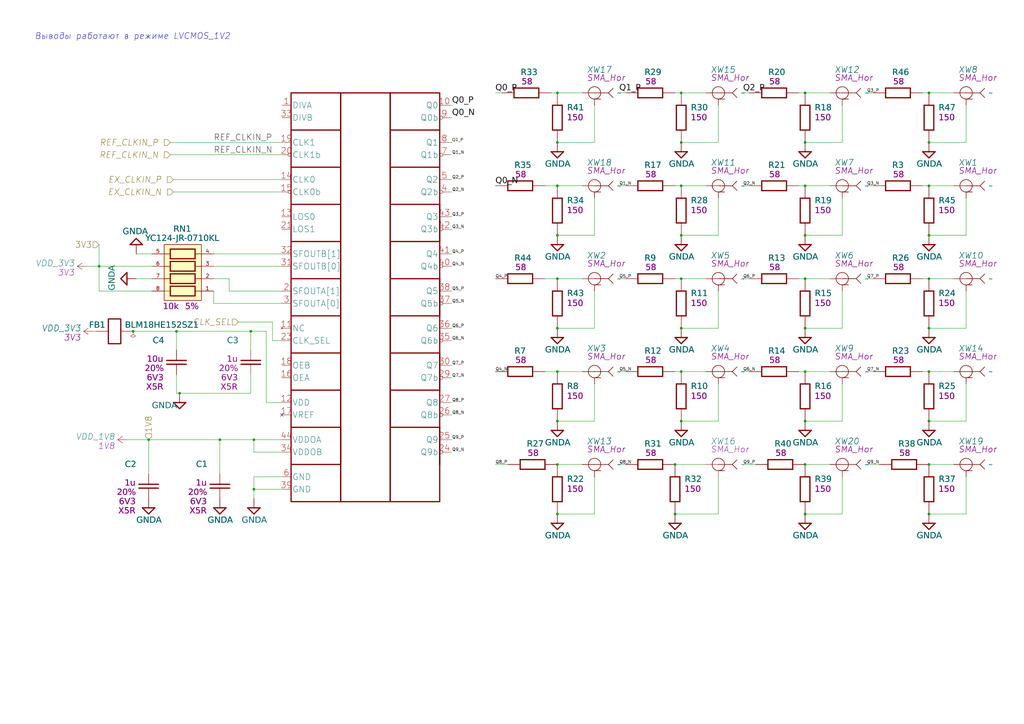
<source format=kicad_sch>
(kicad_sch (version 20250114) (generator "eeschema") (generator_version "9.0")
  (paper "A3")
  (text "Выводы работают в режиме LVСMOS_1V2" (at 14.224 13.462 0) (effects (font (size 2.5 2.5) (italic yes)) (justify left top)))
  (junction (at 381 190.5))
  (junction (at 228.6 134.62))
  (junction (at 330.2 210.82))
  (junction (at 72.39 135.89))
  (junction (at 330.2 134.62))
  (junction (at 40.64 109.22))
  (junction (at 228.6 114.3))
  (junction (at 104.14 180.34))
  (junction (at 381 114.3))
  (junction (at 381 76.2))
  (junction (at 73.66 161.29))
  (junction (at 102.87 135.89))
  (junction (at 60.96 180.34))
  (junction (at 279.4 76.2))
  (junction (at 381 172.72))
  (junction (at 228.6 210.82))
  (junction (at 276.86 190.5))
  (junction (at 279.4 96.52))
  (junction (at 90.17 180.34))
  (junction (at 228.6 38.1))
  (junction (at 330.2 76.2))
  (junction (at 228.6 96.52))
  (junction (at 381 134.62))
  (junction (at 54.61 135.89))
  (junction (at 330.2 172.72))
  (junction (at 279.4 152.4))
  (junction (at 279.4 38.1))
  (junction (at 330.2 114.3))
  (junction (at 381 58.42))
  (junction (at 228.6 58.42))
  (junction (at 330.2 38.1))
  (junction (at 279.4 172.72))
  (junction (at 330.2 190.5))
  (junction (at 279.4 58.42))
  (junction (at 381 38.1))
  (junction (at 104.14 200.66))
  (junction (at 330.2 58.42))
  (junction (at 228.6 190.5))
  (junction (at 228.6 76.2))
  (junction (at 279.4 134.62))
  (junction (at 279.4 114.3))
  (junction (at 276.86 210.82))
  (junction (at 381 96.52))
  (junction (at 381 152.4))
  (junction (at 381 210.82))
  (junction (at 228.6 172.72))
  (junction (at 330.2 96.52))
  (junction (at 228.6 152.4))
  (junction (at 330.2 152.4))
  (no_connect (at 115.57 170.18))
  (wire (pts (xy 184.15 73.66) (xy 185.42 73.66)))
  (wire (pts (xy 294.64 157.48) (xy 294.64 172.72)))
  (wire (pts (xy 102.87 153.67) (xy 102.87 161.29)))
  (wire (pts (xy 243.84 96.52) (xy 228.6 96.52)))
  (wire (pts (xy 307.34 114.3) (xy 304.8 114.3)))
  (wire (pts (xy 184.15 139.7) (xy 185.42 139.7)))
  (wire (pts (xy 358.14 76.2) (xy 355.6 76.2)))
  (wire (pts (xy 62.23 114.3) (xy 55.88 114.3)))
  (wire (pts (xy 330.2 76.2) (xy 340.36 76.2)))
  (wire (pts (xy 109.22 135.89) (xy 109.22 165.1)))
  (wire (pts (xy 330.2 190.5) (xy 340.36 190.5)))
  (wire (pts (xy 72.39 135.89) (xy 102.87 135.89)))
  (wire (pts (xy 184.15 149.86) (xy 185.42 149.86)))
  (wire (pts (xy 294.64 195.58) (xy 294.64 210.82)))
  (wire (pts (xy 60.96 180.34) (xy 90.17 180.34)))
  (wire (pts (xy 307.34 76.2) (xy 304.8 76.2)))
  (wire (pts (xy 60.96 180.34) (xy 60.96 194.31)))
  (wire (pts (xy 243.84 58.42) (xy 228.6 58.42)))
  (wire (pts (xy 396.24 96.52) (xy 381 96.52)))
  (wire (pts (xy 378.46 114.3) (xy 381 114.3)))
  (wire (pts (xy 294.64 58.42) (xy 279.4 58.42)))
  (wire (pts (xy 330.2 152.4) (xy 340.36 152.4)))
  (wire (pts (xy 184.15 134.62) (xy 185.42 134.62)))
  (wire (pts (xy 327.66 114.3) (xy 330.2 114.3)))
  (wire (pts (xy 304.8 190.5) (xy 309.88 190.5)))
  (wire (pts (xy 184.15 104.14) (xy 185.42 104.14)))
  (wire (pts (xy 40.64 119.38) (xy 40.64 109.22)))
  (wire (pts (xy 327.66 152.4) (xy 330.2 152.4)))
  (wire (pts (xy 111.76 139.7) (xy 111.76 132.08)))
  (wire (pts (xy 256.54 152.4) (xy 254 152.4)))
  (wire (pts (xy 226.06 38.1) (xy 228.6 38.1)))
  (wire (pts (xy 396.24 172.72) (xy 381 172.72)))
  (wire (pts (xy 184.15 180.34) (xy 185.42 180.34)))
  (wire (pts (xy 205.74 38.1) (xy 203.2 38.1)))
  (wire (pts (xy 254 190.5) (xy 256.54 190.5)))
  (wire (pts (xy 358.14 152.4) (xy 355.6 152.4)))
  (wire (pts (xy 184.15 43.18) (xy 185.42 43.18)))
  (wire (pts (xy 378.46 76.2) (xy 381 76.2)))
  (wire (pts (xy 243.84 134.62) (xy 228.6 134.62)))
  (wire (pts (xy 330.2 114.3) (xy 340.36 114.3)))
  (wire (pts (xy 345.44 96.52) (xy 330.2 96.52)))
  (wire (pts (xy 184.15 124.46) (xy 185.42 124.46)))
  (wire (pts (xy 345.44 134.62) (xy 330.2 134.62)))
  (wire (pts (xy 276.86 190.5) (xy 289.56 190.5)))
  (wire (pts (xy 345.44 157.48) (xy 345.44 172.72)))
  (wire (pts (xy 104.14 195.58) (xy 104.14 200.66)))
  (wire (pts (xy 294.64 81.28) (xy 294.64 96.52)))
  (wire (pts (xy 87.63 119.38) (xy 87.63 124.46)))
  (wire (pts (xy 184.15 88.9) (xy 185.42 88.9)))
  (wire (pts (xy 381 38.1) (xy 391.16 38.1)))
  (wire (pts (xy 294.64 119.38) (xy 294.64 134.62)))
  (wire (pts (xy 115.57 139.7) (xy 111.76 139.7)))
  (wire (pts (xy 93.98 114.3) (xy 87.63 114.3)))
  (wire (pts (xy 93.98 119.38) (xy 93.98 114.3)))
  (wire (pts (xy 327.66 38.1) (xy 330.2 38.1)))
  (wire (pts (xy 69.85 58.42) (xy 115.57 58.42)))
  (wire (pts (xy 104.14 200.66) (xy 115.57 200.66)))
  (wire (pts (xy 279.4 152.4) (xy 289.56 152.4)))
  (wire (pts (xy 184.15 185.42) (xy 185.42 185.42)))
  (wire (pts (xy 345.44 43.18) (xy 345.44 58.42)))
  (wire (pts (xy 243.84 195.58) (xy 243.84 210.82)))
  (wire (pts (xy 87.63 104.14) (xy 115.57 104.14)))
  (wire (pts (xy 381 76.2) (xy 391.16 76.2)))
  (wire (pts (xy 294.64 172.72) (xy 279.4 172.72)))
  (wire (pts (xy 73.66 161.29) (xy 72.39 161.29)))
  (wire (pts (xy 35.56 109.22) (xy 40.64 109.22)))
  (wire (pts (xy 279.4 114.3) (xy 289.56 114.3)))
  (wire (pts (xy 378.46 38.1) (xy 381 38.1)))
  (wire (pts (xy 184.15 63.5) (xy 185.42 63.5)))
  (wire (pts (xy 102.87 135.89) (xy 109.22 135.89)))
  (wire (pts (xy 276.86 114.3) (xy 279.4 114.3)))
  (wire (pts (xy 184.15 170.18) (xy 185.42 170.18)))
  (wire (pts (xy 87.63 109.22) (xy 115.57 109.22)))
  (wire (pts (xy 73.66 161.29) (xy 102.87 161.29)))
  (wire (pts (xy 345.44 58.42) (xy 330.2 58.42)))
  (wire (pts (xy 355.6 190.5) (xy 360.68 190.5)))
  (wire (pts (xy 184.15 78.74) (xy 185.42 78.74)))
  (wire (pts (xy 104.14 180.34) (xy 104.14 185.42)))
  (wire (pts (xy 396.24 157.48) (xy 396.24 172.72)))
  (wire (pts (xy 256.54 38.1) (xy 254 38.1)))
  (wire (pts (xy 223.52 76.2) (xy 228.6 76.2)))
  (wire (pts (xy 243.84 172.72) (xy 228.6 172.72)))
  (wire (pts (xy 279.4 38.1) (xy 289.56 38.1)))
  (wire (pts (xy 184.15 58.42) (xy 185.42 58.42)))
  (wire (pts (xy 228.6 190.5) (xy 238.76 190.5)))
  (wire (pts (xy 109.22 165.1) (xy 115.57 165.1)))
  (wire (pts (xy 87.63 124.46) (xy 115.57 124.46)))
  (wire (pts (xy 115.57 78.74) (xy 71.12 78.74)))
  (wire (pts (xy 243.84 81.28) (xy 243.84 96.52)))
  (wire (pts (xy 115.57 195.58) (xy 104.14 195.58)))
  (wire (pts (xy 279.4 76.2) (xy 289.56 76.2)))
  (wire (pts (xy 345.44 172.72) (xy 330.2 172.72)))
  (wire (pts (xy 396.24 195.58) (xy 396.24 210.82)))
  (wire (pts (xy 54.61 135.89) (xy 72.39 135.89)))
  (wire (pts (xy 378.46 152.4) (xy 381 152.4)))
  (wire (pts (xy 228.6 76.2) (xy 238.76 76.2)))
  (wire (pts (xy 396.24 210.82) (xy 381 210.82)))
  (wire (pts (xy 307.34 152.4) (xy 304.8 152.4)))
  (wire (pts (xy 228.6 152.4) (xy 238.76 152.4)))
  (wire (pts (xy 228.6 152.4) (xy 223.52 152.4)))
  (wire (pts (xy 381 152.4) (xy 391.16 152.4)))
  (wire (pts (xy 276.86 38.1) (xy 279.4 38.1)))
  (wire (pts (xy 184.15 165.1) (xy 185.42 165.1)))
  (wire (pts (xy 40.64 109.22) (xy 62.23 109.22)))
  (wire (pts (xy 203.2 190.5) (xy 208.28 190.5)))
  (wire (pts (xy 90.17 180.34) (xy 90.17 194.31)))
  (wire (pts (xy 294.64 43.18) (xy 294.64 58.42)))
  (wire (pts (xy 327.66 76.2) (xy 330.2 76.2)))
  (wire (pts (xy 345.44 195.58) (xy 345.44 210.82)))
  (wire (pts (xy 345.44 210.82) (xy 330.2 210.82)))
  (wire (pts (xy 243.84 157.48) (xy 243.84 172.72)))
  (wire (pts (xy 256.54 76.2) (xy 254 76.2)))
  (wire (pts (xy 184.15 109.22) (xy 185.42 109.22)))
  (wire (pts (xy 184.15 48.26) (xy 185.42 48.26)))
  (wire (pts (xy 256.54 114.3) (xy 254 114.3)))
  (wire (pts (xy 243.84 210.82) (xy 228.6 210.82)))
  (wire (pts (xy 104.14 180.34) (xy 115.57 180.34)))
  (wire (pts (xy 276.86 210.82) (xy 294.64 210.82)))
  (wire (pts (xy 228.6 38.1) (xy 238.76 38.1)))
  (wire (pts (xy 358.14 114.3) (xy 355.6 114.3)))
  (wire (pts (xy 72.39 143.51) (xy 72.39 135.89)))
  (wire (pts (xy 381 190.5) (xy 391.16 190.5)))
  (wire (pts (xy 396.24 43.18) (xy 396.24 58.42)))
  (wire (pts (xy 62.23 119.38) (xy 40.64 119.38)))
  (wire (pts (xy 276.86 152.4) (xy 279.4 152.4)))
  (wire (pts (xy 345.44 81.28) (xy 345.44 96.52)))
  (wire (pts (xy 358.14 38.1) (xy 355.6 38.1)))
  (wire (pts (xy 72.39 161.29) (xy 72.39 153.67)))
  (wire (pts (xy 396.24 119.38) (xy 396.24 134.62)))
  (wire (pts (xy 115.57 119.38) (xy 93.98 119.38)))
  (wire (pts (xy 69.85 63.5) (xy 115.57 63.5)))
  (wire (pts (xy 38.1 135.89) (xy 39.37 135.89)))
  (wire (pts (xy 381 114.3) (xy 391.16 114.3)))
  (wire (pts (xy 294.64 96.52) (xy 279.4 96.52)))
  (wire (pts (xy 243.84 43.18) (xy 243.84 58.42)))
  (wire (pts (xy 97.79 132.08) (xy 111.76 132.08)))
  (wire (pts (xy 223.52 114.3) (xy 228.6 114.3)))
  (wire (pts (xy 396.24 58.42) (xy 381 58.42)))
  (wire (pts (xy 330.2 38.1) (xy 340.36 38.1)))
  (wire (pts (xy 104.14 185.42) (xy 115.57 185.42)))
  (wire (pts (xy 52.07 180.34) (xy 60.96 180.34)))
  (wire (pts (xy 184.15 119.38) (xy 185.42 119.38)))
  (wire (pts (xy 228.6 114.3) (xy 238.76 114.3)))
  (wire (pts (xy 396.24 81.28) (xy 396.24 96.52)))
  (wire (pts (xy 102.87 135.89) (xy 102.87 143.51)))
  (wire (pts (xy 307.34 38.1) (xy 304.8 38.1)))
  (wire (pts (xy 276.86 76.2) (xy 279.4 76.2)))
  (wire (pts (xy 396.24 134.62) (xy 381 134.62)))
  (wire (pts (xy 62.23 104.14) (xy 55.88 104.14)))
  (wire (pts (xy 184.15 93.98) (xy 185.42 93.98)))
  (wire (pts (xy 243.84 119.38) (xy 243.84 134.62)))
  (wire (pts (xy 294.64 134.62) (xy 279.4 134.62)))
  (wire (pts (xy 90.17 180.34) (xy 104.14 180.34)))
  (wire (pts (xy 184.15 154.94) (xy 185.42 154.94)))
  (wire (pts (xy 115.57 73.66) (xy 71.12 73.66)))
  (wire (pts (xy 345.44 119.38) (xy 345.44 134.62)))
  (wire (pts (xy 104.14 200.66) (xy 104.14 204.47)))
  (wire (pts (xy 40.64 100.33) (xy 40.64 109.22)))
  (label "Q7_N" (at 355.6 152.4 0))
  (label "Q6_N" (at 185.42 139.7 0))
  (label "Q1_P" (at 254 38.1 0) (effects (font (size 2.48 2.48) (italic yes))))
  (label "Q5_N" (at 254 152.4 0))
  (label "Q5_N" (at 185.42 124.46 0))
  (label "Q8_P" (at 185.42 165.1 0))
  (label "Q8_P" (at 203.2 190.5 0))
  (label "Q2_N" (at 185.42 78.74 0))
  (label "Q9_N" (at 355.6 190.5 0))
  (label "Q3_P" (at 355.6 38.1 0))
  (label "Q2_P" (at 304.8 38.1 0) (effects (font (size 2.48 2.48) (italic yes))))
  (label "Q2_P" (at 185.42 73.66 0))
  (label "Q9_P" (at 304.8 190.5 0))
  (label "Q6_P" (at 185.42 134.62 0))
  (label "Q1_P" (at 185.42 58.42 0))
  (label "Q0_P" (at 203.2 38.1 0) (effects (font (size 2.48 2.48))))
  (label "Q8_N" (at 254 190.5 0))
  (label "Q9_N" (at 185.42 185.42 0))
  (label "Q4_P" (at 203.2 114.3 0))
  (label "REF_CLKIN_P" (at 87.63 58.42 0) (effects (font (size 2.48 2.48))))
  (label "Q5_P" (at 254 114.3 0))
  (label "Q4_P" (at 185.42 104.14 0))
  (label "Q8_N" (at 185.42 170.18 0))
  (label "Q3_N" (at 355.6 76.2 0))
  (label "Q7_N" (at 185.42 154.94 0))
  (label "Q1_N" (at 185.42 63.5 0))
  (label "Q6_P" (at 304.8 114.3 0))
  (label "Q6_N" (at 304.8 152.4 0))
  (label "Q3_N" (at 185.42 93.98 0))
  (label "Q2_N" (at 304.8 76.2 0))
  (label "Q9_P" (at 185.42 180.34 0))
  (label "Q4_N" (at 203.2 152.4 0))
  (label "Q5_P" (at 185.42 119.38 0))
  (label "Q1_N" (at 254 76.2 0))
  (label "Q4_N" (at 185.42 109.22 0))
  (label "REF_CLKIN_N" (at 87.63 63.5 0) (effects (font (size 2.48 2.48))))
  (label "Q0_N" (at 203.2 76.2 0) (effects (font (size 2.48 2.48))))
  (label "Q7_P" (at 185.42 149.86 0))
  (label "Q3_P" (at 185.42 88.9 0))
  (label "Q7_P" (at 355.6 114.3 0))
  (label "Q0_P" (at 185.42 43.18 0) (effects (font (size 2.48 2.48))))
  (label "Q0_N" (at 185.42 48.26 0) (effects (font (size 2.48 2.48))))
  (hierarchical_label "3V3" (shape input) (at 40.64 100.33 180) (effects (font (size 2.48 2.48))))
  (hierarchical_label "REF_CLKIN_N " (shape input) (at 69.85 63.5 180) (effects (font (size 2.5 2.5) (italic yes))))
  (hierarchical_label "EX_CLKIN_N " (shape input) (at 71.12 78.74 180) (effects (font (size 2.5 2.5) (italic yes))))
  (hierarchical_label "EX_CLKIN_P " (shape input) (at 71.12 73.66 180) (effects (font (size 2.5 2.5) (italic yes))))
  (hierarchical_label "CLK_SEL" (shape input) (at 97.79 132.08 180) (effects (font (size 2.5 2.5) (italic yes))))
  (hierarchical_label "1V8" (shape input) (at 60.96 180.34 90) (effects (font (size 2.48 2.48))))
  (hierarchical_label "REF_CLKIN_P " (shape input) (at 69.85 58.42 180) (effects (font (size 2.5 2.5) (italic yes))))
  (symbol (lib_id "power:PWR_FLAG") (at 54.61 135.89 180) (unit 1)
    (property "Reference" "#FLG03" (effects (hide yes)))
    (property "Value" "PWR_FLAG" (effects (hide yes)))
    (property "Description" "Special symbol for telling ERC where power comes from" (effects (hide yes)))
  )
  (symbol (lib_id "GOST_symbols:GNDA") (at 381 135.89 0) (unit 1)
    (property "Reference" "#PWR041" (effects (hide yes)))
    (property "Value" "GNDA" (at 381 143.51 0) (effects (font (size 2.5 2.5) (italic yes))))
  )
  (symbol (lib_name "Resistor_1") (lib_id "GOST_symbols:Resistor") (at 228.6 48.26 90) (unit 1)
    (property "Reference" "R41" (at 232.918 44.196 90) (effects (font (size 2.5 2.5) (italic yes)) (justify right)))
    (property "Value" "TNPR020150R0FEED" (effects (hide yes)))
    (property "Footprint" "Resistor_SMD:R_0201_0603Metric" (effects (hide yes)))
    (property "Type" "Резистор {Резисторы}" (effects (hide yes)))
    (property "Resistence" "150" (at 232.41 48.26 90) (effects (font (size 2.4892 2.4892) (italic yes)) (justify right)))
    (property "MaxPower" "1/13W (75m)" (effects (hide yes)))
    (property "Tolerance" "1%" (effects (hide yes)))
  )
  (symbol (lib_name "Resistor_1") (lib_id "GOST_symbols:Resistor") (at 276.86 200.66 90) (unit 1)
    (property "Reference" "R32" (at 281.178 196.596 90) (effects (font (size 2.5 2.5) (italic yes)) (justify right)))
    (property "Value" "TNPR020150R0FEED" (effects (hide yes)))
    (property "Footprint" "Resistor_SMD:R_0201_0603Metric" (effects (hide yes)))
    (property "Type" "Резистор {Резисторы}" (effects (hide yes)))
    (property "Resistence" "150" (at 280.67 200.66 90) (effects (font (size 2.4892 2.4892) (italic yes)) (justify right)))
    (property "MaxPower" "1/13W (75m)" (effects (hide yes)))
    (property "Tolerance" "1%" (effects (hide yes)))
  )
  (symbol (lib_id "GOST_symbols:Connector_RF_Out_2pin") (at 396.24 114.3 0) (unit 1)
    (property "Reference" "XW10" (at 392.938 104.775 0) (effects (font (size 2.5 2.5) (italic yes)) (justify left)))
    (property "Value" "~" (at 405.13 114.3 0) (effects (font (size 2.5 2.5) (italic yes)) (justify left)))
    (property "Footprint" "Connector_Coaxial:SMA_Amphenol_901-143_Horizontal" (effects (hide yes)))
    (property "Type" "Разъём {Разъёмы}" (effects (hide yes)))
    (property "Name" "SMA_Hor" (at 392.938 108.0769 0) (effects (font (size 2.4892 2.4892) (italic yes)) (justify left)))
  )
  (symbol (lib_id "GOST_symbols:GNDA") (at 279.4 173.99 0) (unit 1)
    (property "Reference" "#PWR033" (effects (hide yes)))
    (property "Value" "GNDA" (at 279.4 181.61 0) (effects (font (size 2.5 2.5) (italic yes))))
  )
  (symbol (lib_id "GOST_symbols:Capacitor_standart") (at 60.96 199.39 0) (mirror y) (unit 1)
    (property "Reference" "C2" (at 55.88 190.5 0) (effects (font (size 2.5 2.5) (italic yes)) (justify left)))
    (property "Value" "GRM033R60J105MEA" (effects (hide yes)))
    (property "Footprint" "Capacitor_SMD:C_0201_0603Metric" (effects (hide yes)))
    (property "Capacitance" "1u" (at 55.88 198.12 0) (effects (font (size 2.5 2.5) (italic yes)) (justify left)))
    (property "Tolerance" "20%" (at 55.88 201.93 0) (effects (font (size 2.5 2.5) (italic yes)) (justify left)))
    (property "MaxVoltage" "6V3" (at 55.88 205.74 0) (effects (font (size 2.5 2.5) (italic yes)) (justify left)))
    (property "TempFactor" "X5R" (at 55.88 209.55 0) (effects (font (size 2.5 2.5) (italic yes)) (justify left)))
    (property "Type" "Конденсатор  {Конденсаторы}" (effects (hide yes)))
  )
  (symbol (lib_id "GOST_symbols:GNDA") (at 279.4 135.89 0) (unit 1)
    (property "Reference" "#PWR039" (effects (hide yes)))
    (property "Value" "GNDA" (at 279.4 143.51 0) (effects (font (size 2.5 2.5) (italic yes))))
  )
  (symbol (lib_id "GOST_symbols:GNDA") (at 228.6 173.99 0) (unit 1)
    (property "Reference" "#PWR032" (effects (hide yes)))
    (property "Value" "GNDA" (at 228.6 181.61 0) (effects (font (size 2.5 2.5) (italic yes))))
  )
  (symbol (lib_name "Resistor_1") (lib_id "GOST_symbols:Resistor") (at 381 124.46 90) (unit 1)
    (property "Reference" "R24" (at 385.318 120.396 90) (effects (font (size 2.5 2.5) (italic yes)) (justify right)))
    (property "Value" "TNPR020150R0FEED" (effects (hide yes)))
    (property "Footprint" "Resistor_SMD:R_0201_0603Metric" (effects (hide yes)))
    (property "Type" "Резистор {Резисторы}" (effects (hide yes)))
    (property "Resistence" "150" (at 384.81 124.46 90) (effects (font (size 2.4892 2.4892) (italic yes)) (justify right)))
    (property "MaxPower" "1/13W (75m)" (effects (hide yes)))
    (property "Tolerance" "1%" (effects (hide yes)))
  )
  (symbol (lib_id "GOST_symbols:Resistor") (at 266.7 190.5 180) (unit 1)
    (property "Reference" "R31" (at 264.668 182.118 0) (effects (font (size 2.5 2.5) (italic yes)) (justify right)))
    (property "Value" "TNPR020150R0FEED" (effects (hide yes)))
    (property "Footprint" "Resistor_SMD:R_0201_0603Metric" (effects (hide yes)))
    (property "Type" "Резистор {Резисторы}" (effects (hide yes)))
    (property "Resistence" "58" (at 264.668 185.928 0) (effects (font (size 2.4892 2.4892) (italic yes)) (justify right)))
    (property "MaxPower" "1/13W (75m)" (effects (hide yes)))
    (property "Tolerance" "1%" (effects (hide yes)))
  )
  (symbol (lib_name "Resistor_1") (lib_id "GOST_symbols:Resistor") (at 330.2 86.36 90) (unit 1)
    (property "Reference" "R19" (at 334.518 82.296 90) (effects (font (size 2.5 2.5) (italic yes)) (justify right)))
    (property "Value" "TNPR020150R0FEED" (effects (hide yes)))
    (property "Footprint" "Resistor_SMD:R_0201_0603Metric" (effects (hide yes)))
    (property "Type" "Резистор {Резисторы}" (effects (hide yes)))
    (property "Resistence" "150" (at 334.01 86.36 90) (effects (font (size 2.4892 2.4892) (italic yes)) (justify right)))
    (property "MaxPower" "1/13W (75m)" (effects (hide yes)))
    (property "Tolerance" "1%" (effects (hide yes)))
  )
  (symbol (lib_id "GOST_symbols:Resistor") (at 213.36 76.2 180) (unit 1)
    (property "Reference" "R35" (at 211.328 67.818 0) (effects (font (size 2.5 2.5) (italic yes)) (justify right)))
    (property "Value" "TNPR020150R0FEED" (effects (hide yes)))
    (property "Footprint" "Resistor_SMD:R_0201_0603Metric" (effects (hide yes)))
    (property "Type" "Резистор {Резисторы}" (effects (hide yes)))
    (property "Resistence" "58" (at 211.328 71.628 0) (effects (font (size 2.4892 2.4892) (italic yes)) (justify right)))
    (property "MaxPower" "1/13W (75m)" (effects (hide yes)))
    (property "Tolerance" "1%" (effects (hide yes)))
  )
  (symbol (lib_name "Resistor_1") (lib_id "GOST_symbols:Resistor") (at 279.4 124.46 90) (unit 1)
    (property "Reference" "R11" (at 283.718 120.396 90) (effects (font (size 2.5 2.5) (italic yes)) (justify right)))
    (property "Value" "TNPR020150R0FEED" (effects (hide yes)))
    (property "Footprint" "Resistor_SMD:R_0201_0603Metric" (effects (hide yes)))
    (property "Type" "Резистор {Резисторы}" (effects (hide yes)))
    (property "Resistence" "150" (at 283.21 124.46 90) (effects (font (size 2.4892 2.4892) (italic yes)) (justify right)))
    (property "MaxPower" "1/13W (75m)" (effects (hide yes)))
    (property "Tolerance" "1%" (effects (hide yes)))
  )
  (symbol (lib_id "GOST_symbols:GNDA") (at 279.4 59.69 0) (unit 1)
    (property "Reference" "#PWR047" (effects (hide yes)))
    (property "Value" "GNDA" (at 279.4 67.31 0) (effects (font (size 2.5 2.5) (italic yes))))
  )
  (symbol (lib_name "Resistor_1") (lib_id "GOST_symbols:Resistor") (at 228.6 124.46 90) (unit 1)
    (property "Reference" "R43" (at 232.918 120.396 90) (effects (font (size 2.5 2.5) (italic yes)) (justify right)))
    (property "Value" "TNPR020150R0FEED" (effects (hide yes)))
    (property "Footprint" "Resistor_SMD:R_0201_0603Metric" (effects (hide yes)))
    (property "Type" "Резистор {Резисторы}" (effects (hide yes)))
    (property "Resistence" "150" (at 232.41 124.46 90) (effects (font (size 2.4892 2.4892) (italic yes)) (justify right)))
    (property "MaxPower" "1/13W (75m)" (effects (hide yes)))
    (property "Tolerance" "1%" (effects (hide yes)))
  )
  (symbol (lib_id "GOST_symbols:GNDA") (at 276.86 212.09 0) (unit 1)
    (property "Reference" "#PWR036" (effects (hide yes)))
    (property "Value" "GNDA" (at 276.86 219.71 0) (effects (font (size 2.5 2.5) (italic yes))))
  )
  (symbol (lib_id "GOST_symbols:GNDA") (at 330.2 173.99 0) (unit 1)
    (property "Reference" "#PWR034" (effects (hide yes)))
    (property "Value" "GNDA" (at 330.2 181.61 0) (effects (font (size 2.5 2.5) (italic yes))))
  )
  (symbol (lib_id "GOST_symbols:Resistor") (at 317.5 76.2 180) (unit 1)
    (property "Reference" "R21" (at 315.468 67.818 0) (effects (font (size 2.5 2.5) (italic yes)) (justify right)))
    (property "Value" "TNPR020150R0FEED" (effects (hide yes)))
    (property "Footprint" "Resistor_SMD:R_0201_0603Metric" (effects (hide yes)))
    (property "Type" "Резистор {Резисторы}" (effects (hide yes)))
    (property "Resistence" "58" (at 315.468 71.628 0) (effects (font (size 2.4892 2.4892) (italic yes)) (justify right)))
    (property "MaxPower" "1/13W (75m)" (effects (hide yes)))
    (property "Tolerance" "1%" (effects (hide yes)))
  )
  (symbol (lib_id "GOST_symbols:PowerIn") (at 35.56 109.22 0) (mirror x) (unit 1)
    (property "Reference" "#PWR028" (effects (hide yes)))
    (property "Value" "VDD_3V3" (at 30.48 107.95 0) (effects (font (size 2.5 2.5) (italic yes)) (justify right)))
    (property "Voltage" "3V3" (at 30.48 111.76 0) (effects (font (size 2.4892 2.4892) (italic yes)) (justify right)))
  )
  (symbol (lib_id "GOST_symbols:Connector_RF_Out_2pin") (at 345.44 38.1 0) (unit 1)
    (property "Reference" "XW12" (at 342.138 28.575 0) (effects (font (size 2.5 2.5) (italic yes)) (justify left)))
    (property "Value" "~" (at 354.33 38.1 0) (effects (font (size 2.5 2.5) (italic yes)) (justify left)))
    (property "Footprint" "Connector_Coaxial:SMA_Amphenol_901-143_Horizontal" (effects (hide yes)))
    (property "Type" "Разъём {Разъёмы}" (effects (hide yes)))
    (property "Name" "SMA_Hor" (at 342.138 31.8769 0) (effects (font (size 2.4892 2.4892) (italic yes)) (justify left)))
  )
  (symbol (lib_id "GOST_symbols:Resistor") (at 320.04 190.5 180) (unit 1)
    (property "Reference" "R40" (at 318.008 182.118 0) (effects (font (size 2.5 2.5) (italic yes)) (justify right)))
    (property "Value" "TNPR020150R0FEED" (effects (hide yes)))
    (property "Footprint" "Resistor_SMD:R_0201_0603Metric" (effects (hide yes)))
    (property "Type" "Резистор {Резисторы}" (effects (hide yes)))
    (property "Resistence" "58" (at 318.008 185.928 0) (effects (font (size 2.4892 2.4892) (italic yes)) (justify right)))
    (property "MaxPower" "1/13W (75m)" (effects (hide yes)))
    (property "Tolerance" "1%" (effects (hide yes)))
  )
  (symbol (lib_id "GOST_symbols:Resistor") (at 317.5 38.1 180) (unit 1)
    (property "Reference" "R20" (at 315.468 29.718 0) (effects (font (size 2.5 2.5) (italic yes)) (justify right)))
    (property "Value" "TNPR020150R0FEED" (effects (hide yes)))
    (property "Footprint" "Resistor_SMD:R_0201_0603Metric" (effects (hide yes)))
    (property "Type" "Резистор {Резисторы}" (effects (hide yes)))
    (property "Resistence" "58" (at 315.468 33.528 0) (effects (font (size 2.4892 2.4892) (italic yes)) (justify right)))
    (property "MaxPower" "1/13W (75m)" (effects (hide yes)))
    (property "Tolerance" "1%" (effects (hide yes)))
  )
  (symbol (lib_id "GOST_symbols:GNDA") (at 330.2 135.89 0) (unit 1)
    (property "Reference" "#PWR040" (effects (hide yes)))
    (property "Value" "GNDA" (at 330.2 143.51 0) (effects (font (size 2.5 2.5) (italic yes))))
  )
  (symbol (lib_id "GOST_symbols:Resistor") (at 317.5 114.3 180) (unit 1)
    (property "Reference" "R13" (at 315.468 105.918 0) (effects (font (size 2.5 2.5) (italic yes)) (justify right)))
    (property "Value" "TNPR020150R0FEED" (effects (hide yes)))
    (property "Footprint" "Resistor_SMD:R_0201_0603Metric" (effects (hide yes)))
    (property "Type" "Резистор {Резисторы}" (effects (hide yes)))
    (property "Resistence" "58" (at 315.468 109.728 0) (effects (font (size 2.4892 2.4892) (italic yes)) (justify right)))
    (property "MaxPower" "1/13W (75m)" (effects (hide yes)))
    (property "Tolerance" "1%" (effects (hide yes)))
  )
  (symbol (lib_name "Resistor_1") (lib_id "GOST_symbols:Resistor") (at 279.4 86.36 90) (unit 1)
    (property "Reference" "R28" (at 283.718 82.296 90) (effects (font (size 2.5 2.5) (italic yes)) (justify right)))
    (property "Value" "TNPR020150R0FEED" (effects (hide yes)))
    (property "Footprint" "Resistor_SMD:R_0201_0603Metric" (effects (hide yes)))
    (property "Type" "Резистор {Резисторы}" (effects (hide yes)))
    (property "Resistence" "150" (at 283.21 86.36 90) (effects (font (size 2.4892 2.4892) (italic yes)) (justify right)))
    (property "MaxPower" "1/13W (75m)" (effects (hide yes)))
    (property "Tolerance" "1%" (effects (hide yes)))
  )
  (symbol (lib_name "Resistor_1") (lib_id "GOST_symbols:Resistor") (at 330.2 162.56 90) (unit 1)
    (property "Reference" "R16" (at 334.518 158.496 90) (effects (font (size 2.5 2.5) (italic yes)) (justify right)))
    (property "Value" "TNPR020150R0FEED" (effects (hide yes)))
    (property "Footprint" "Resistor_SMD:R_0201_0603Metric" (effects (hide yes)))
    (property "Type" "Резистор {Резисторы}" (effects (hide yes)))
    (property "Resistence" "150" (at 334.01 162.56 90) (effects (font (size 2.4892 2.4892) (italic yes)) (justify right)))
    (property "MaxPower" "1/13W (75m)" (effects (hide yes)))
    (property "Tolerance" "1%" (effects (hide yes)))
  )
  (symbol (lib_id "GOST_symbols:Capacitor_standart") (at 72.39 148.59 0) (mirror y) (unit 1)
    (property "Reference" "C4" (at 67.31 139.7 0) (effects (font (size 2.5 2.5) (italic yes)) (justify left)))
    (property "Value" "CL05A106MQ5NUNC" (effects (hide yes)))
    (property "Footprint" "Capacitor_SMD:C_0402_1005Metric" (effects (hide yes)))
    (property "Capacitance" "10u" (at 67.31 147.32 0) (effects (font (size 2.5 2.5) (italic yes)) (justify left)))
    (property "Tolerance" "20%" (at 67.31 151.13 0) (effects (font (size 2.5 2.5) (italic yes)) (justify left)))
    (property "MaxVoltage" "6V3" (at 67.31 154.94 0) (effects (font (size 2.5 2.5) (italic yes)) (justify left)))
    (property "TempFactor" "X5R" (at 67.31 158.75 0) (effects (font (size 2.5 2.5) (italic yes)) (justify left)))
    (property "Type" "Конденсатор  {Конденсаторы}" (effects (hide yes)))
  )
  (symbol (lib_id "GOST_symbols:GNDA") (at 381 97.79 0) (unit 1)
    (property "Reference" "#PWR045" (effects (hide yes)))
    (property "Value" "GNDA" (at 381 105.41 0) (effects (font (size 2.5 2.5) (italic yes))))
  )
  (symbol (lib_id "GOST_symbols:GNDA") (at 330.2 97.79 0) (unit 1)
    (property "Reference" "#PWR044" (effects (hide yes)))
    (property "Value" "GNDA" (at 330.2 105.41 0) (effects (font (size 2.5 2.5) (italic yes))))
  )
  (symbol (lib_name "Resistor_1") (lib_id "GOST_symbols:Resistor") (at 228.6 86.36 90) (unit 1)
    (property "Reference" "R34" (at 232.918 82.296 90) (effects (font (size 2.5 2.5) (italic yes)) (justify right)))
    (property "Value" "TNPR020150R0FEED" (effects (hide yes)))
    (property "Footprint" "Resistor_SMD:R_0201_0603Metric" (effects (hide yes)))
    (property "Type" "Резистор {Резисторы}" (effects (hide yes)))
    (property "Resistence" "150" (at 232.41 86.36 90) (effects (font (size 2.4892 2.4892) (italic yes)) (justify right)))
    (property "MaxPower" "1/13W (75m)" (effects (hide yes)))
    (property "Tolerance" "1%" (effects (hide yes)))
  )
  (symbol (lib_id "GOST_symbols:GNDA") (at 381 173.99 0) (unit 1)
    (property "Reference" "#PWR035" (effects (hide yes)))
    (property "Value" "GNDA" (at 381 181.61 0) (effects (font (size 2.5 2.5) (italic yes))))
  )
  (symbol (lib_name "Resistor_1") (lib_id "GOST_symbols:Resistor") (at 228.6 200.66 90) (unit 1)
    (property "Reference" "R22" (at 232.918 196.596 90) (effects (font (size 2.5 2.5) (italic yes)) (justify right)))
    (property "Value" "TNPR020150R0FEED" (effects (hide yes)))
    (property "Footprint" "Resistor_SMD:R_0201_0603Metric" (effects (hide yes)))
    (property "Type" "Резистор {Резисторы}" (effects (hide yes)))
    (property "Resistence" "150" (at 232.41 200.66 90) (effects (font (size 2.4892 2.4892) (italic yes)) (justify right)))
    (property "MaxPower" "1/13W (75m)" (effects (hide yes)))
    (property "Tolerance" "1%" (effects (hide yes)))
  )
  (symbol (lib_name "Resistor_1") (lib_id "GOST_symbols:Resistor") (at 381 48.26 90) (unit 1)
    (property "Reference" "R47" (at 385.318 44.196 90) (effects (font (size 2.5 2.5) (italic yes)) (justify right)))
    (property "Value" "TNPR020150R0FEED" (effects (hide yes)))
    (property "Footprint" "Resistor_SMD:R_0201_0603Metric" (effects (hide yes)))
    (property "Type" "Резистор {Резисторы}" (effects (hide yes)))
    (property "Resistence" "150" (at 384.81 48.26 90) (effects (font (size 2.4892 2.4892) (italic yes)) (justify right)))
    (property "MaxPower" "1/13W (75m)" (effects (hide yes)))
    (property "Tolerance" "1%" (effects (hide yes)))
  )
  (symbol (lib_id "GOST_symbols:Resistor_Array") (at 74.93 114.3 180) (unit 1)
    (property "Reference" "RN1" (at 74.93 93.98 0) (effects (font (size 2.5 2.5) (italic yes))))
    (property "Value" "YC124-JR-0710KL" (at 74.93 97.79 0) (effects (font (size 2.5 2.5) (italic yes))))
    (property "Footprint" "Resistor_SMD:R_Array_Convex_4x0402" (effects (hide yes)))
    (property "Resistence" "10k" (at 73.66 125.73 0) (effects (font (size 2.4892 2.4892) (italic yes)) (justify left)))
    (property "Tolerance" "5%" (at 76.2 125.73 0) (effects (font (size 2.4892 2.4892) (italic yes)) (justify right)))
    (property "Type" "Резисторная сборка  {Резисторные сборки}" (effects (hide yes)))
  )
  (symbol (lib_id "GOST_symbols:Connector_RF_Out_2pin") (at 294.64 114.3 0) (unit 1)
    (property "Reference" "XW5" (at 291.338 104.775 0) (effects (font (size 2.5 2.5) (italic yes)) (justify left)))
    (property "Value" "~" (at 303.53 114.3 0) (effects (font (size 2.5 2.5) (italic yes)) (justify left)))
    (property "Footprint" "Connector_Coaxial:SMA_Amphenol_901-143_Horizontal" (effects (hide yes)))
    (property "Type" "Разъём {Разъёмы}" (effects (hide yes)))
    (property "Name" "SMA_Hor" (at 291.338 108.0769 0) (effects (font (size 2.4892 2.4892) (italic yes)) (justify left)))
  )
  (symbol (lib_id "GOST_symbols:GNDA") (at 228.6 135.89 0) (unit 1)
    (property "Reference" "#PWR038" (effects (hide yes)))
    (property "Value" "GNDA" (at 228.6 143.51 0) (effects (font (size 2.5 2.5) (italic yes))))
  )
  (symbol (lib_id "GOST_symbols:Connector_RF_Out_2pin") (at 243.84 76.2 0) (unit 1)
    (property "Reference" "XW18" (at 240.538 66.675 0) (effects (font (size 2.5 2.5) (italic yes)) (justify left)))
    (property "Value" "~" (at 252.73 76.2 0) (effects (font (size 2.5 2.5) (italic yes)) (justify left)))
    (property "Footprint" "Connector_Coaxial:SMA_Amphenol_901-143_Horizontal" (effects (hide yes)))
    (property "Type" "Разъём {Разъёмы}" (effects (hide yes)))
    (property "Name" "SMA_Hor" (at 240.538 69.9769 0) (effects (font (size 2.4892 2.4892) (italic yes)) (justify left)))
  )
  (symbol (lib_id "GOST_symbols:Connector_RF_Out_2pin") (at 345.44 114.3 0) (unit 1)
    (property "Reference" "XW6" (at 342.138 104.775 0) (effects (font (size 2.5 2.5) (italic yes)) (justify left)))
    (property "Value" "~" (at 354.33 114.3 0) (effects (font (size 2.5 2.5) (italic yes)) (justify left)))
    (property "Footprint" "Connector_Coaxial:SMA_Amphenol_901-143_Horizontal" (effects (hide yes)))
    (property "Type" "Разъём {Разъёмы}" (effects (hide yes)))
    (property "Name" "SMA_Hor" (at 342.138 108.0769 0) (effects (font (size 2.4892 2.4892) (italic yes)) (justify left)))
  )
  (symbol (lib_name "Resistor_1") (lib_id "GOST_symbols:Resistor") (at 381 200.66 90) (unit 1)
    (property "Reference" "R37" (at 385.318 196.596 90) (effects (font (size 2.5 2.5) (italic yes)) (justify right)))
    (property "Value" "TNPR020150R0FEED" (effects (hide yes)))
    (property "Footprint" "Resistor_SMD:R_0201_0603Metric" (effects (hide yes)))
    (property "Type" "Резистор {Резисторы}" (effects (hide yes)))
    (property "Resistence" "150" (at 384.81 200.66 90) (effects (font (size 2.4892 2.4892) (italic yes)) (justify right)))
    (property "MaxPower" "1/13W (75m)" (effects (hide yes)))
    (property "Tolerance" "1%" (effects (hide yes)))
  )
  (symbol (lib_id "GOST_symbols:Connector_RF_Out_2pin") (at 243.84 190.5 0) (unit 1)
    (property "Reference" "XW13" (at 240.538 180.975 0) (effects (font (size 2.5 2.5) (italic yes)) (justify left)))
    (property "Value" "~" (at 252.73 190.5 0) (effects (font (size 2.5 2.5) (italic yes)) (justify left)))
    (property "Footprint" "Connector_Coaxial:SMA_Amphenol_901-143_Horizontal" (effects (hide yes)))
    (property "Type" "Разъём {Разъёмы}" (effects (hide yes)))
    (property "Name" "SMA_Hor" (at 240.538 184.2769 0) (effects (font (size 2.4892 2.4892) (italic yes)) (justify left)))
  )
  (symbol (lib_id "GOST_symbols:Connector_RF_Out_2pin") (at 396.24 152.4 0) (unit 1)
    (property "Reference" "XW14" (at 392.938 142.875 0) (effects (font (size 2.5 2.5) (italic yes)) (justify left)))
    (property "Value" "~" (at 405.13 152.4 0) (effects (font (size 2.5 2.5) (italic yes)) (justify left)))
    (property "Footprint" "Connector_Coaxial:SMA_Amphenol_901-143_Horizontal" (effects (hide yes)))
    (property "Type" "Разъём {Разъёмы}" (effects (hide yes)))
    (property "Name" "SMA_Hor" (at 392.938 146.1769 0) (effects (font (size 2.4892 2.4892) (italic yes)) (justify left)))
  )
  (symbol (lib_name "Resistor_1") (lib_id "GOST_symbols:Resistor") (at 228.6 162.56 90) (unit 1)
    (property "Reference" "R8" (at 232.918 158.496 90) (effects (font (size 2.5 2.5) (italic yes)) (justify right)))
    (property "Value" "TNPR020150R0FEED" (effects (hide yes)))
    (property "Footprint" "Resistor_SMD:R_0201_0603Metric" (effects (hide yes)))
    (property "Type" "Резистор {Резисторы}" (effects (hide yes)))
    (property "Resistence" "150" (at 232.41 162.56 90) (effects (font (size 2.4892 2.4892) (italic yes)) (justify right)))
    (property "MaxPower" "1/13W (75m)" (effects (hide yes)))
    (property "Tolerance" "1%" (effects (hide yes)))
  )
  (symbol (lib_name "Resistor_1") (lib_id "GOST_symbols:Resistor") (at 330.2 48.26 90) (unit 1)
    (property "Reference" "R18" (at 334.518 44.196 90) (effects (font (size 2.5 2.5) (italic yes)) (justify right)))
    (property "Value" "TNPR020150R0FEED" (effects (hide yes)))
    (property "Footprint" "Resistor_SMD:R_0201_0603Metric" (effects (hide yes)))
    (property "Type" "Резистор {Резисторы}" (effects (hide yes)))
    (property "Resistence" "150" (at 334.01 48.26 90) (effects (font (size 2.4892 2.4892) (italic yes)) (justify right)))
    (property "MaxPower" "1/13W (75m)" (effects (hide yes)))
    (property "Tolerance" "1%" (effects (hide yes)))
  )
  (symbol (lib_id "GOST_symbols:GNDA") (at 279.4 97.79 0) (unit 1)
    (property "Reference" "#PWR043" (effects (hide yes)))
    (property "Value" "GNDA" (at 279.4 105.41 0) (effects (font (size 2.5 2.5) (italic yes))))
  )
  (symbol (lib_id "GOST_symbols:Capacitor_standart") (at 102.87 148.59 0) (mirror y) (unit 1)
    (property "Reference" "C3" (at 97.79 139.7 0) (effects (font (size 2.5 2.5) (italic yes)) (justify left)))
    (property "Value" "GRM033R60J105MEA" (effects (hide yes)))
    (property "Footprint" "Capacitor_SMD:C_0201_0603Metric" (effects (hide yes)))
    (property "Capacitance" "1u" (at 97.79 147.32 0) (effects (font (size 2.5 2.5) (italic yes)) (justify left)))
    (property "Tolerance" "20%" (at 97.79 151.13 0) (effects (font (size 2.5 2.5) (italic yes)) (justify left)))
    (property "MaxVoltage" "6V3" (at 97.79 154.94 0) (effects (font (size 2.5 2.5) (italic yes)) (justify left)))
    (property "TempFactor" "X5R" (at 97.79 158.75 0) (effects (font (size 2.5 2.5) (italic yes)) (justify left)))
    (property "Type" "Конденсатор  {Конденсаторы}" (effects (hide yes)))
  )
  (symbol (lib_id "GOST_symbols:GNDA") (at 90.17 205.74 0) (unit 1)
    (property "Reference" "#PWR012" (effects (hide yes)))
    (property "Value" "GNDA" (at 90.17 213.36 0) (effects (font (size 2.5 2.5) (italic yes))))
  )
  (symbol (lib_id "GOST_symbols:Connector_RF_Out_2pin") (at 294.64 76.2 0) (unit 1)
    (property "Reference" "XW11" (at 291.338 66.675 0) (effects (font (size 2.5 2.5) (italic yes)) (justify left)))
    (property "Value" "~" (at 303.53 76.2 0) (effects (font (size 2.5 2.5) (italic yes)) (justify left)))
    (property "Footprint" "Connector_Coaxial:SMA_Amphenol_901-143_Horizontal" (effects (hide yes)))
    (property "Type" "Разъём {Разъёмы}" (effects (hide yes)))
    (property "Name" "SMA_Hor" (at 291.338 69.9769 0) (effects (font (size 2.4892 2.4892) (italic yes)) (justify left)))
  )
  (symbol (lib_id "GOST_symbols:Connector_RF_Out_2pin") (at 345.44 190.5 0) (unit 1)
    (property "Reference" "XW20" (at 342.138 180.975 0) (effects (font (size 2.5 2.5) (italic yes)) (justify left)))
    (property "Value" "~" (at 354.33 190.5 0) (effects (font (size 2.5 2.5) (italic yes)) (justify left)))
    (property "Footprint" "Connector_Coaxial:SMA_Amphenol_901-143_Horizontal" (effects (hide yes)))
    (property "Type" "Разъём {Разъёмы}" (effects (hide yes)))
    (property "Name" "SMA_Hor" (at 342.138 184.2769 0) (effects (font (size 2.4892 2.4892) (italic yes)) (justify left)))
  )
  (symbol (lib_id "GOST_symbols:GNDA") (at 60.96 205.74 0) (unit 1)
    (property "Reference" "#PWR031" (effects (hide yes)))
    (property "Value" "GNDA" (at 60.96 213.36 0) (effects (font (size 2.5 2.5) (italic yes))))
  )
  (symbol (lib_name "Resistor_1") (lib_id "GOST_symbols:Resistor") (at 279.4 48.26 90) (unit 1)
    (property "Reference" "R30" (at 283.718 44.196 90) (effects (font (size 2.5 2.5) (italic yes)) (justify right)))
    (property "Value" "TNPR020150R0FEED" (effects (hide yes)))
    (property "Footprint" "Resistor_SMD:R_0201_0603Metric" (effects (hide yes)))
    (property "Type" "Резистор {Резисторы}" (effects (hide yes)))
    (property "Resistence" "150" (at 283.21 48.26 90) (effects (font (size 2.4892 2.4892) (italic yes)) (justify right)))
    (property "MaxPower" "1/13W (75m)" (effects (hide yes)))
    (property "Tolerance" "1%" (effects (hide yes)))
  )
  (symbol (lib_id "GOST_symbols:Connector_RF_Out_2pin") (at 396.24 76.2 0) (unit 1)
    (property "Reference" "XW1" (at 392.938 66.675 0) (effects (font (size 2.5 2.5) (italic yes)) (justify left)))
    (property "Value" "~" (at 405.13 76.2 0) (effects (font (size 2.5 2.5) (italic yes)) (justify left)))
    (property "Footprint" "Connector_Coaxial:SMA_Amphenol_901-143_Horizontal" (effects (hide yes)))
    (property "Type" "Разъём {Разъёмы}" (effects (hide yes)))
    (property "Name" "SMA_Hor" (at 392.938 69.9769 0) (effects (font (size 2.4892 2.4892) (italic yes)) (justify left)))
  )
  (symbol (lib_id "GOST_symbols:GNDA") (at 228.6 212.09 0) (unit 1)
    (property "Reference" "#PWR037" (effects (hide yes)))
    (property "Value" "GNDA" (at 228.6 219.71 0) (effects (font (size 2.5 2.5) (italic yes))))
  )
  (symbol (lib_id "GOST_symbols:Connector_RF_Out_2pin") (at 243.84 38.1 0) (unit 1)
    (property "Reference" "XW17" (at 240.538 28.575 0) (effects (font (size 2.5 2.5) (italic yes)) (justify left)))
    (property "Value" "~" (at 252.73 38.1 0) (effects (font (size 2.5 2.5) (italic yes)) (justify left)))
    (property "Footprint" "Connector_Coaxial:SMA_Amphenol_901-143_Horizontal" (effects (hide yes)))
    (property "Type" "Разъём {Разъёмы}" (effects (hide yes)))
    (property "Name" "SMA_Hor" (at 240.538 31.8769 0) (effects (font (size 2.4892 2.4892) (italic yes)) (justify left)))
  )
  (symbol (lib_id "GOST_symbols:Resistor") (at 213.36 152.4 180) (unit 1)
    (property "Reference" "R7" (at 211.328 144.018 0) (effects (font (size 2.5 2.5) (italic yes)) (justify right)))
    (property "Value" "TNPR020150R0FEED" (effects (hide yes)))
    (property "Footprint" "Resistor_SMD:R_0201_0603Metric" (effects (hide yes)))
    (property "Type" "Резистор {Резисторы}" (effects (hide yes)))
    (property "Resistence" "58" (at 211.328 147.828 0) (effects (font (size 2.4892 2.4892) (italic yes)) (justify right)))
    (property "MaxPower" "1/13W (75m)" (effects (hide yes)))
    (property "Tolerance" "1%" (effects (hide yes)))
  )
  (symbol (lib_id "GOST_symbols:Capacitor_standart") (at 90.17 199.39 0) (mirror y) (unit 1)
    (property "Reference" "C1" (at 85.09 190.5 0) (effects (font (size 2.5 2.5) (italic yes)) (justify left)))
    (property "Value" "GRM033R60J105MEA" (effects (hide yes)))
    (property "Footprint" "Capacitor_SMD:C_0201_0603Metric" (effects (hide yes)))
    (property "Capacitance" "1u" (at 85.09 198.12 0) (effects (font (size 2.5 2.5) (italic yes)) (justify left)))
    (property "Tolerance" "20%" (at 85.09 201.93 0) (effects (font (size 2.5 2.5) (italic yes)) (justify left)))
    (property "MaxVoltage" "6V3" (at 85.09 205.74 0) (effects (font (size 2.5 2.5) (italic yes)) (justify left)))
    (property "TempFactor" "X5R" (at 85.09 209.55 0) (effects (font (size 2.5 2.5) (italic yes)) (justify left)))
    (property "Type" "Конденсатор  {Конденсаторы}" (effects (hide yes)))
  )
  (symbol (lib_id "GOST_symbols:GNDA") (at 228.6 59.69 0) (unit 1)
    (property "Reference" "#PWR046" (effects (hide yes)))
    (property "Value" "GNDA" (at 228.6 67.31 0) (effects (font (size 2.5 2.5) (italic yes))))
  )
  (symbol (lib_id "GOST_symbols:Resistor") (at 370.84 190.5 180) (unit 1)
    (property "Reference" "R38" (at 368.808 182.118 0) (effects (font (size 2.5 2.5) (italic yes)) (justify right)))
    (property "Value" "TNPR020150R0FEED" (effects (hide yes)))
    (property "Footprint" "Resistor_SMD:R_0201_0603Metric" (effects (hide yes)))
    (property "Type" "Резистор {Резисторы}" (effects (hide yes)))
    (property "Resistence" "58" (at 368.808 185.928 0) (effects (font (size 2.4892 2.4892) (italic yes)) (justify right)))
    (property "MaxPower" "1/13W (75m)" (effects (hide yes)))
    (property "Tolerance" "1%" (effects (hide yes)))
  )
  (symbol (lib_id "GOST_symbols:GNDA") (at 381 59.69 0) (unit 1)
    (property "Reference" "#PWR049" (effects (hide yes)))
    (property "Value" "GNDA" (at 381 67.31 0) (effects (font (size 2.5 2.5) (italic yes))))
  )
  (symbol (lib_id "GOST_symbols:FerriteBead") (at 46.99 135.89 90) (unit 1)
    (property "Reference" "FB1" (at 43.18 133.35 90) (effects (font (size 2.5 2.5) (italic yes)) (justify left)))
    (property "Value" "BLM18HE152SZ1" (at 50.8 133.35 90) (effects (font (size 2.5 2.5) (italic yes)) (justify right)))
    (property "Footprint" "Inductor_SMD:L_0603_1608Metric" (effects (hide yes)))
    (property "Type" "Ферритовая бусина  {Ферритовые бусины}" (effects (hide yes)))
  )
  (symbol (lib_name "Resistor_1") (lib_id "GOST_symbols:Resistor") (at 330.2 124.46 90) (unit 1)
    (property "Reference" "R15" (at 334.518 120.396 90) (effects (font (size 2.5 2.5) (italic yes)) (justify right)))
    (property "Value" "TNPR020150R0FEED" (effects (hide yes)))
    (property "Footprint" "Resistor_SMD:R_0201_0603Metric" (effects (hide yes)))
    (property "Type" "Резистор {Резисторы}" (effects (hide yes)))
    (property "Resistence" "150" (at 334.01 124.46 90) (effects (font (size 2.4892 2.4892) (italic yes)) (justify right)))
    (property "MaxPower" "1/13W (75m)" (effects (hide yes)))
    (property "Tolerance" "1%" (effects (hide yes)))
  )
  (symbol (lib_id "GOST_symbols:Connector_RF_Out_2pin") (at 294.64 152.4 0) (unit 1)
    (property "Reference" "XW4" (at 291.338 142.875 0) (effects (font (size 2.5 2.5) (italic yes)) (justify left)))
    (property "Value" "~" (at 303.53 152.4 0) (effects (font (size 2.5 2.5) (italic yes)) (justify left)))
    (property "Footprint" "Connector_Coaxial:SMA_Amphenol_901-143_Horizontal" (effects (hide yes)))
    (property "Type" "Разъём {Разъёмы}" (effects (hide yes)))
    (property "Name" "SMA_Hor" (at 291.338 146.1769 0) (effects (font (size 2.4892 2.4892) (italic yes)) (justify left)))
  )
  (symbol (lib_id "GOST_symbols:PowerIn") (at 38.1 135.89 0) (mirror x) (unit 1)
    (property "Reference" "#PWR014" (effects (hide yes)))
    (property "Value" "VDD_3V3" (at 33.02 134.62 0) (effects (font (size 2.5 2.5) (italic yes)) (justify right)))
    (property "Voltage" "3V3" (at 33.02 138.43 0) (effects (font (size 2.4892 2.4892) (italic yes)) (justify right)))
  )
  (symbol (lib_id "GOST_symbols:GNDA") (at 54.61 114.3 270) (unit 1)
    (property "Reference" "#PWR029" (effects (hide yes)))
    (property "Value" "GNDA" (at 45.974 113.792 0) (effects (font (size 2.5 2.5) (italic yes))))
  )
  (symbol (lib_id "GOST_symbols:Resistor") (at 368.3 114.3 180) (unit 1)
    (property "Reference" "R26" (at 366.268 105.918 0) (effects (font (size 2.5 2.5) (italic yes)) (justify right)))
    (property "Value" "TNPR020150R0FEED" (effects (hide yes)))
    (property "Footprint" "Resistor_SMD:R_0201_0603Metric" (effects (hide yes)))
    (property "Type" "Резистор {Резисторы}" (effects (hide yes)))
    (property "Resistence" "58" (at 366.268 109.728 0) (effects (font (size 2.4892 2.4892) (italic yes)) (justify right)))
    (property "MaxPower" "1/13W (75m)" (effects (hide yes)))
    (property "Tolerance" "1%" (effects (hide yes)))
  )
  (symbol (lib_id "GOST_symbols:GNDA") (at 381 212.09 0) (unit 1)
    (property "Reference" "#PWR051" (effects (hide yes)))
    (property "Value" "GNDA" (at 381 219.71 0) (effects (font (size 2.5 2.5) (italic yes))))
  )
  (symbol (lib_id "GOST_symbols:Resistor") (at 368.3 152.4 180) (unit 1)
    (property "Reference" "R23" (at 366.268 144.018 0) (effects (font (size 2.5 2.5) (italic yes)) (justify right)))
    (property "Value" "TNPR020150R0FEED" (effects (hide yes)))
    (property "Footprint" "Resistor_SMD:R_0201_0603Metric" (effects (hide yes)))
    (property "Type" "Резистор {Резисторы}" (effects (hide yes)))
    (property "Resistence" "58" (at 366.268 147.828 0) (effects (font (size 2.4892 2.4892) (italic yes)) (justify right)))
    (property "MaxPower" "1/13W (75m)" (effects (hide yes)))
    (property "Tolerance" "1%" (effects (hide yes)))
  )
  (symbol (lib_id "GOST_symbols:Connector_RF_Out_2pin") (at 396.24 190.5 0) (unit 1)
    (property "Reference" "XW19" (at 392.938 180.975 0) (effects (font (size 2.5 2.5) (italic yes)) (justify left)))
    (property "Value" "~" (at 405.13 190.5 0) (effects (font (size 2.5 2.5) (italic yes)) (justify left)))
    (property "Footprint" "Connector_Coaxial:SMA_Amphenol_901-143_Horizontal" (effects (hide yes)))
    (property "Type" "Разъём {Разъёмы}" (effects (hide yes)))
    (property "Name" "SMA_Hor" (at 392.938 184.2769 0) (effects (font (size 2.4892 2.4892) (italic yes)) (justify left)))
  )
  (symbol (lib_id "GOST_symbols:Resistor") (at 266.7 38.1 180) (unit 1)
    (property "Reference" "R29" (at 264.668 29.718 0) (effects (font (size 2.5 2.5) (italic yes)) (justify right)))
    (property "Value" "TNPR020150R0FEED" (effects (hide yes)))
    (property "Footprint" "Resistor_SMD:R_0201_0603Metric" (effects (hide yes)))
    (property "Type" "Резистор {Резисторы}" (effects (hide yes)))
    (property "Resistence" "58" (at 264.668 33.528 0) (effects (font (size 2.4892 2.4892) (italic yes)) (justify right)))
    (property "MaxPower" "1/13W (75m)" (effects (hide yes)))
    (property "Tolerance" "1%" (effects (hide yes)))
  )
  (symbol (lib_id "GOST_symbols:Connector_RF_Out_2pin") (at 243.84 114.3 0) (unit 1)
    (property "Reference" "XW2" (at 240.538 104.775 0) (effects (font (size 2.5 2.5) (italic yes)) (justify left)))
    (property "Value" "~" (at 252.73 114.3 0) (effects (font (size 2.5 2.5) (italic yes)) (justify left)))
    (property "Footprint" "Connector_Coaxial:SMA_Amphenol_901-143_Horizontal" (effects (hide yes)))
    (property "Type" "Разъём {Разъёмы}" (effects (hide yes)))
    (property "Name" "SMA_Hor" (at 240.538 108.0769 0) (effects (font (size 2.4892 2.4892) (italic yes)) (justify left)))
  )
  (symbol (lib_name "Resistor_1") (lib_id "GOST_symbols:Resistor") (at 279.4 162.56 90) (unit 1)
    (property "Reference" "R10" (at 283.718 158.496 90) (effects (font (size 2.5 2.5) (italic yes)) (justify right)))
    (property "Value" "TNPR020150R0FEED" (effects (hide yes)))
    (property "Footprint" "Resistor_SMD:R_0201_0603Metric" (effects (hide yes)))
    (property "Type" "Резистор {Резисторы}" (effects (hide yes)))
    (property "Resistence" "150" (at 283.21 162.56 90) (effects (font (size 2.4892 2.4892) (italic yes)) (justify right)))
    (property "MaxPower" "1/13W (75m)" (effects (hide yes)))
    (property "Tolerance" "1%" (effects (hide yes)))
  )
  (symbol (lib_id "GOST_symbols:Connector_RF_Out_2pin") (at 294.64 190.5 0) (unit 1)
    (property "Reference" "XW16" (at 291.338 180.975 0) (effects (font (size 2.5 2.5) (italic yes)) (justify left)))
    (property "Value" "~" (at 303.53 190.5 0) (effects (font (size 2.5 2.5) (italic yes)) (justify left)))
    (property "Footprint" "Connector_Coaxial:SMA_Amphenol_901-143_Horizontal" (effects (hide yes)))
    (property "Type" "Разъём {Разъёмы}" (effects (hide yes)))
    (property "Name" "SMA_Hor" (at 291.338 184.2769 0) (effects (font (size 2.4892 2.4892) (italic yes)) (justify left)))
  )
  (symbol (lib_id "GOST_symbols:GNDA") (at 330.2 59.69 0) (unit 1)
    (property "Reference" "#PWR048" (effects (hide yes)))
    (property "Value" "GNDA" (at 330.2 67.31 0) (effects (font (size 2.5 2.5) (italic yes))))
  )
  (symbol (lib_id "SI5330x:SI53302-B-GM") (at 119.38 38.1 0) (unit 1)
    (property "Reference" "SI53302" (effects (hide yes)))
    (property "Footprint" "Package_DFN_QFN:TQFN-44-1EP_7x7mm_P0.5mm_EP4.7x4.7mm" (effects (hide yes)))
  )
  (symbol (lib_id "GOST_symbols:GNDA") (at 73.66 162.56 0) (unit 1)
    (property "Reference" "#PWR018" (effects (hide yes)))
    (property "Value" "GNDA" (at 67.31 166.37 0) (effects (font (size 2.5 2.5) (italic yes))))
  )
  (symbol (lib_id "GOST_symbols:GNDA") (at 228.6 97.79 0) (unit 1)
    (property "Reference" "#PWR042" (effects (hide yes)))
    (property "Value" "GNDA" (at 228.6 105.41 0) (effects (font (size 2.5 2.5) (italic yes))))
  )
  (symbol (lib_id "GOST_symbols:GNDA") (at 104.14 205.74 0) (unit 1)
    (property "Reference" "#PWR011" (effects (hide yes)))
    (property "Value" "GNDA" (at 104.14 213.36 0) (effects (font (size 2.5 2.5) (italic yes))))
  )
  (symbol (lib_id "GOST_symbols:GNDA") (at 55.88 102.87 180) (unit 1)
    (property "Reference" "#PWR03" (effects (hide yes)))
    (property "Value" "GNDA" (at 55.626 94.996 0) (effects (font (size 2.5 2.5) (italic yes))))
  )
  (symbol (lib_id "GOST_symbols:Resistor") (at 368.3 38.1 180) (unit 1)
    (property "Reference" "R46" (at 366.268 29.718 0) (effects (font (size 2.5 2.5) (italic yes)) (justify right)))
    (property "Value" "TNPR020150R0FEED" (effects (hide yes)))
    (property "Footprint" "Resistor_SMD:R_0201_0603Metric" (effects (hide yes)))
    (property "Type" "Резистор {Резисторы}" (effects (hide yes)))
    (property "Resistence" "58" (at 366.268 33.528 0) (effects (font (size 2.4892 2.4892) (italic yes)) (justify right)))
    (property "MaxPower" "1/13W (75m)" (effects (hide yes)))
    (property "Tolerance" "1%" (effects (hide yes)))
  )
  (symbol (lib_name "Resistor_1") (lib_id "GOST_symbols:Resistor") (at 330.2 200.66 90) (unit 1)
    (property "Reference" "R39" (at 334.518 196.596 90) (effects (font (size 2.5 2.5) (italic yes)) (justify right)))
    (property "Value" "TNPR020150R0FEED" (effects (hide yes)))
    (property "Footprint" "Resistor_SMD:R_0201_0603Metric" (effects (hide yes)))
    (property "Type" "Резистор {Резисторы}" (effects (hide yes)))
    (property "Resistence" "150" (at 334.01 200.66 90) (effects (font (size 2.4892 2.4892) (italic yes)) (justify right)))
    (property "MaxPower" "1/13W (75m)" (effects (hide yes)))
    (property "Tolerance" "1%" (effects (hide yes)))
  )
  (symbol (lib_id "GOST_symbols:Resistor") (at 215.9 38.1 180) (unit 1)
    (property "Reference" "R33" (at 213.868 29.718 0) (effects (font (size 2.5 2.5) (italic yes)) (justify right)))
    (property "Value" "TNPR020150R0FEED" (effects (hide yes)))
    (property "Footprint" "Resistor_SMD:R_0201_0603Metric" (effects (hide yes)))
    (property "Type" "Резистор {Резисторы}" (effects (hide yes)))
    (property "Resistence" "58" (at 213.868 33.528 0) (effects (font (size 2.4892 2.4892) (italic yes)) (justify right)))
    (property "MaxPower" "1/13W (75m)" (effects (hide yes)))
    (property "Tolerance" "1%" (effects (hide yes)))
  )
  (symbol (lib_id "GOST_symbols:Connector_RF_Out_2pin") (at 345.44 76.2 0) (unit 1)
    (property "Reference" "XW7" (at 342.138 66.675 0) (effects (font (size 2.5 2.5) (italic yes)) (justify left)))
    (property "Value" "~" (at 354.33 76.2 0) (effects (font (size 2.5 2.5) (italic yes)) (justify left)))
    (property "Footprint" "Connector_Coaxial:SMA_Amphenol_901-143_Horizontal" (effects (hide yes)))
    (property "Type" "Разъём {Разъёмы}" (effects (hide yes)))
    (property "Name" "SMA_Hor" (at 342.138 69.9769 0) (effects (font (size 2.4892 2.4892) (italic yes)) (justify left)))
  )
  (symbol (lib_name "Resistor_1") (lib_id "GOST_symbols:Resistor") (at 381 86.36 90) (unit 1)
    (property "Reference" "R45" (at 385.318 82.296 90) (effects (font (size 2.5 2.5) (italic yes)) (justify right)))
    (property "Value" "TNPR020150R0FEED" (effects (hide yes)))
    (property "Footprint" "Resistor_SMD:R_0201_0603Metric" (effects (hide yes)))
    (property "Type" "Резистор {Резисторы}" (effects (hide yes)))
    (property "Resistence" "150" (at 384.81 86.36 90) (effects (font (size 2.4892 2.4892) (italic yes)) (justify right)))
    (property "MaxPower" "1/13W (75m)" (effects (hide yes)))
    (property "Tolerance" "1%" (effects (hide yes)))
  )
  (symbol (lib_id "GOST_symbols:Resistor") (at 317.5 152.4 180) (unit 1)
    (property "Reference" "R14" (at 315.468 144.018 0) (effects (font (size 2.5 2.5) (italic yes)) (justify right)))
    (property "Value" "TNPR020150R0FEED" (effects (hide yes)))
    (property "Footprint" "Resistor_SMD:R_0201_0603Metric" (effects (hide yes)))
    (property "Type" "Резистор {Резисторы}" (effects (hide yes)))
    (property "Resistence" "58" (at 315.468 147.828 0) (effects (font (size 2.4892 2.4892) (italic yes)) (justify right)))
    (property "MaxPower" "1/13W (75m)" (effects (hide yes)))
    (property "Tolerance" "1%" (effects (hide yes)))
  )
  (symbol (lib_id "GOST_symbols:Connector_RF_Out_2pin") (at 243.84 152.4 0) (unit 1)
    (property "Reference" "XW3" (at 240.538 142.875 0) (effects (font (size 2.5 2.5) (italic yes)) (justify left)))
    (property "Value" "~" (at 252.73 152.4 0) (effects (font (size 2.5 2.5) (italic yes)) (justify left)))
    (property "Footprint" "Connector_Coaxial:SMA_Amphenol_901-143_Horizontal" (effects (hide yes)))
    (property "Type" "Разъём {Разъёмы}" (effects (hide yes)))
    (property "Name" "SMA_Hor" (at 240.538 146.1769 0) (effects (font (size 2.4892 2.4892) (italic yes)) (justify left)))
  )
  (symbol (lib_id "GOST_symbols:Connector_RF_Out_2pin") (at 396.24 38.1 0) (unit 1)
    (property "Reference" "XW8" (at 392.938 28.575 0) (effects (font (size 2.5 2.5) (italic yes)) (justify left)))
    (property "Value" "~" (at 405.13 38.1 0) (effects (font (size 2.5 2.5) (italic yes)) (justify left)))
    (property "Footprint" "Connector_Coaxial:SMA_Amphenol_901-143_Horizontal" (effects (hide yes)))
    (property "Type" "Разъём {Разъёмы}" (effects (hide yes)))
    (property "Name" "SMA_Hor" (at 392.938 31.8769 0) (effects (font (size 2.4892 2.4892) (italic yes)) (justify left)))
  )
  (symbol (lib_id "GOST_symbols:Resistor") (at 368.3 76.2 180) (unit 1)
    (property "Reference" "R3" (at 366.268 67.818 0) (effects (font (size 2.5 2.5) (italic yes)) (justify right)))
    (property "Value" "TNPR020150R0FEED" (effects (hide yes)))
    (property "Footprint" "Resistor_SMD:R_0201_0603Metric" (effects (hide yes)))
    (property "Type" "Резистор {Резисторы}" (effects (hide yes)))
    (property "Resistence" "58" (at 366.268 71.628 0) (effects (font (size 2.4892 2.4892) (italic yes)) (justify right)))
    (property "MaxPower" "1/13W (75m)" (effects (hide yes)))
    (property "Tolerance" "1%" (effects (hide yes)))
  )
  (symbol (lib_id "GOST_symbols:Resistor") (at 266.7 152.4 180) (unit 1)
    (property "Reference" "R12" (at 264.668 144.018 0) (effects (font (size 2.5 2.5) (italic yes)) (justify right)))
    (property "Value" "TNPR020150R0FEED" (effects (hide yes)))
    (property "Footprint" "Resistor_SMD:R_0201_0603Metric" (effects (hide yes)))
    (property "Type" "Резистор {Резисторы}" (effects (hide yes)))
    (property "Resistence" "58" (at 264.668 147.828 0) (effects (font (size 2.4892 2.4892) (italic yes)) (justify right)))
    (property "MaxPower" "1/13W (75m)" (effects (hide yes)))
    (property "Tolerance" "1%" (effects (hide yes)))
  )
  (symbol (lib_id "GOST_symbols:Connector_RF_Out_2pin") (at 294.64 38.1 0) (unit 1)
    (property "Reference" "XW15" (at 291.338 28.575 0) (effects (font (size 2.5 2.5) (italic yes)) (justify left)))
    (property "Value" "~" (at 303.53 38.1 0) (effects (font (size 2.5 2.5) (italic yes)) (justify left)))
    (property "Footprint" "Connector_Coaxial:SMA_Amphenol_901-143_Horizontal" (effects (hide yes)))
    (property "Type" "Разъём {Разъёмы}" (effects (hide yes)))
    (property "Name" "SMA_Hor" (at 291.338 31.8769 0) (effects (font (size 2.4892 2.4892) (italic yes)) (justify left)))
  )
  (symbol (lib_id "GOST_symbols:Resistor") (at 266.7 114.3 180) (unit 1)
    (property "Reference" "R9" (at 264.668 105.918 0) (effects (font (size 2.5 2.5) (italic yes)) (justify right)))
    (property "Value" "TNPR020150R0FEED" (effects (hide yes)))
    (property "Footprint" "Resistor_SMD:R_0201_0603Metric" (effects (hide yes)))
    (property "Type" "Резистор {Резисторы}" (effects (hide yes)))
    (property "Resistence" "58" (at 264.668 109.728 0) (effects (font (size 2.4892 2.4892) (italic yes)) (justify right)))
    (property "MaxPower" "1/13W (75m)" (effects (hide yes)))
    (property "Tolerance" "1%" (effects (hide yes)))
  )
  (symbol (lib_id "GOST_symbols:Resistor") (at 218.44 190.5 180) (unit 1)
    (property "Reference" "R27" (at 216.408 182.118 0) (effects (font (size 2.5 2.5) (italic yes)) (justify right)))
    (property "Value" "TNPR020150R0FEED" (effects (hide yes)))
    (property "Footprint" "Resistor_SMD:R_0201_0603Metric" (effects (hide yes)))
    (property "Type" "Резистор {Резисторы}" (effects (hide yes)))
    (property "Resistence" "58" (at 216.408 185.928 0) (effects (font (size 2.4892 2.4892) (italic yes)) (justify right)))
    (property "MaxPower" "1/13W (75m)" (effects (hide yes)))
    (property "Tolerance" "1%" (effects (hide yes)))
  )
  (symbol (lib_name "Resistor_1") (lib_id "GOST_symbols:Resistor") (at 381 162.56 90) (unit 1)
    (property "Reference" "R25" (at 385.318 158.496 90) (effects (font (size 2.5 2.5) (italic yes)) (justify right)))
    (property "Value" "TNPR020150R0FEED" (effects (hide yes)))
    (property "Footprint" "Resistor_SMD:R_0201_0603Metric" (effects (hide yes)))
    (property "Type" "Резистор {Резисторы}" (effects (hide yes)))
    (property "Resistence" "150" (at 384.81 162.56 90) (effects (font (size 2.4892 2.4892) (italic yes)) (justify right)))
    (property "MaxPower" "1/13W (75m)" (effects (hide yes)))
    (property "Tolerance" "1%" (effects (hide yes)))
  )
  (symbol (lib_id "GOST_symbols:GNDA") (at 330.2 212.09 0) (unit 1)
    (property "Reference" "#PWR050" (effects (hide yes)))
    (property "Value" "GNDA" (at 330.2 219.71 0) (effects (font (size 2.5 2.5) (italic yes))))
  )
  (symbol (lib_id "GOST_symbols:PowerIn") (at 52.07 180.34 0) (mirror x) (unit 1)
    (property "Reference" "#PWR030" (effects (hide yes)))
    (property "Value" "VDD_1V8" (at 46.99 179.07 0) (effects (font (size 2.5 2.5) (italic yes)) (justify right)))
    (property "Voltage" "1V8" (at 46.99 182.88 0) (effects (font (size 2.4892 2.4892) (italic yes)) (justify right)))
  )
  (symbol (lib_id "GOST_symbols:Resistor") (at 213.36 114.3 180) (unit 1)
    (property "Reference" "R44" (at 211.328 105.918 0) (effects (font (size 2.5 2.5) (italic yes)) (justify right)))
    (property "Value" "TNPR020150R0FEED" (effects (hide yes)))
    (property "Footprint" "Resistor_SMD:R_0201_0603Metric" (effects (hide yes)))
    (property "Type" "Резистор {Резисторы}" (effects (hide yes)))
    (property "Resistence" "58" (at 211.328 109.728 0) (effects (font (size 2.4892 2.4892) (italic yes)) (justify right)))
    (property "MaxPower" "1/13W (75m)" (effects (hide yes)))
    (property "Tolerance" "1%" (effects (hide yes)))
  )
  (symbol (lib_id "GOST_symbols:Resistor") (at 266.7 76.2 180) (unit 1)
    (property "Reference" "R17" (at 264.668 67.818 0) (effects (font (size 2.5 2.5) (italic yes)) (justify right)))
    (property "Value" "TNPR020150R0FEED" (effects (hide yes)))
    (property "Footprint" "Resistor_SMD:R_0201_0603Metric" (effects (hide yes)))
    (property "Type" "Резистор {Резисторы}" (effects (hide yes)))
    (property "Resistence" "58" (at 264.668 71.628 0) (effects (font (size 2.4892 2.4892) (italic yes)) (justify right)))
    (property "MaxPower" "1/13W (75m)" (effects (hide yes)))
    (property "Tolerance" "1%" (effects (hide yes)))
  )
  (symbol (lib_id "GOST_symbols:Connector_RF_Out_2pin") (at 345.44 152.4 0) (unit 1)
    (property "Reference" "XW9" (at 342.138 142.875 0) (effects (font (size 2.5 2.5) (italic yes)) (justify left)))
    (property "Value" "~" (at 354.33 152.4 0) (effects (font (size 2.5 2.5) (italic yes)) (justify left)))
    (property "Footprint" "Connector_Coaxial:SMA_Amphenol_901-143_Horizontal" (effects (hide yes)))
    (property "Type" "Разъём {Разъёмы}" (effects (hide yes)))
    (property "Name" "SMA_Hor" (at 342.138 146.1769 0) (effects (font (size 2.4892 2.4892) (italic yes)) (justify left)))
  )
)
</source>
